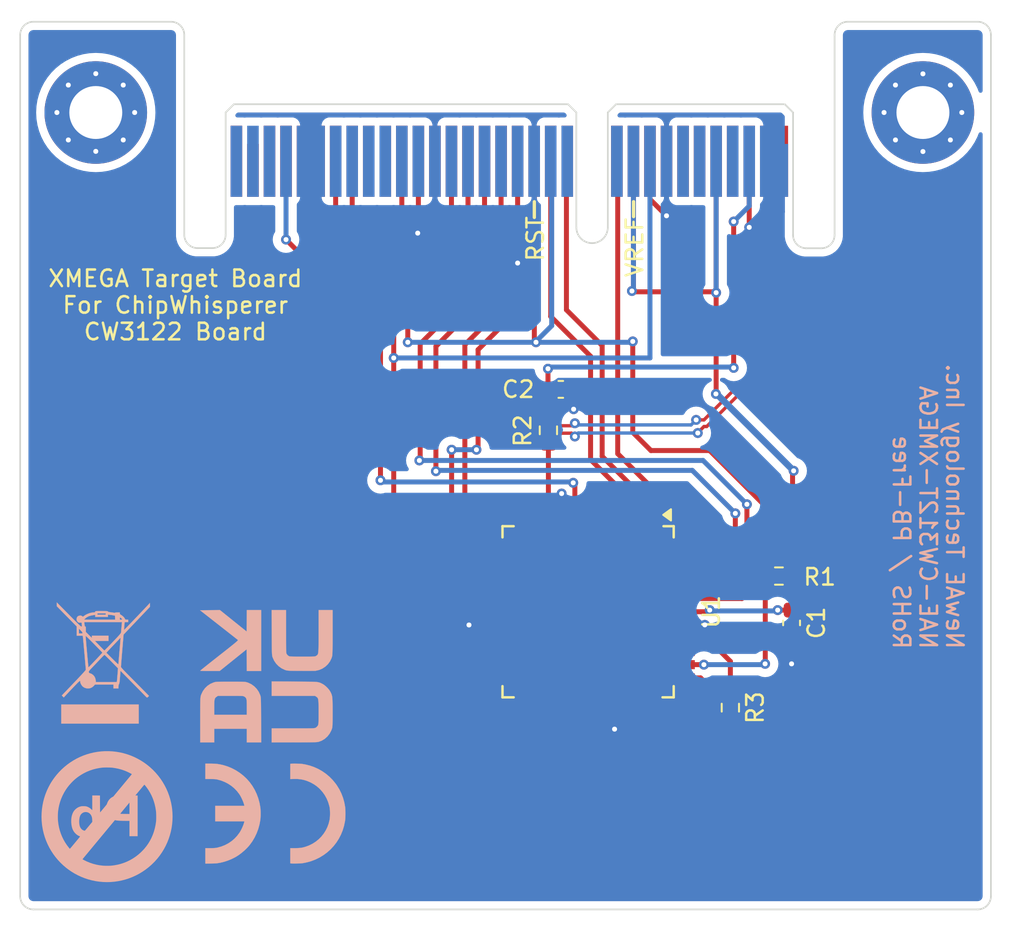
<source format=kicad_pcb>
(kicad_pcb (version 20240108) (generator "pcbnew") (generator_version "8.0")
  (layers (0 "F.Cu" signal) (31 "B.Cu" signal) (34 "B.Paste" user) (35 "F.Paste" user) (36 "B.SilkS" user "B.Silkscreen") (37 "F.SilkS" user "F.Silkscreen") (38 "B.Mask" user) (39 "F.Mask" user) (44 "Edge.Cuts" user))
  (net 0 "")
  (net 1 "VCC")
  (net 2 "GND")
  (net 3 "/FILT_LP")
  (net 4 "/GPIO2")
  (net 5 "/PDID")
  (net 6 "/LED2")
  (net 7 "/CLKOUT")
  (net 8 "/HDR5{slash}RST")
  (net 9 "/GPIO4")
  (net 10 "/LED1")
  (net 11 "/GPIO3")
  (net 12 "/LED3")
  (net 13 "/GPIO1")
  (net 14 "/CLK")
  (net 31 "VCC CLEAN")
  (net 43 "Net-(P2-CLKIN)")
  (footprint "Silkscrren_Symbols:WEEE-Logo_5.6x8mm_SilkScreen" (layer "F.Cu") (at 127.066666 97.903985)
    (property "Reference" "PCB4" (hide yes))
    (property "Value" "WEEE SYMBOL" (hide yes))
  )
  (footprint "Silkscrren_Symbols:UKCA-Logo_8x8mm_SilkScreen" (layer "F.Cu") (at 137.369899 99.050334)
    (property "Reference" "PCB3" (hide yes))
    (property "Value" "UKCA symbol" (hide yes))
  )
  (footprint "Silkscrren_Symbols:CE-Logo_8.5x6mm_SilkScreen" (layer "F.Cu") (at 138.55 107.35)
    (property "Reference" "PCB1" (hide yes))
    (property "Value" "CE Symbol" (hide yes))
  )
  (footprint "Resistor_SMD:R_0603_1608Metric" (layer "F.Cu") (at 168.985 92.99)
    (property "Reference" "R1" (at 2.465 0.06 0) (layer "F.SilkS"))
    (property "Value" "RES_10k_0603")
    (pad "1" smd roundrect (at -0.825 0) (size 0.8 0.95) (layers "F.Cu" "F.Paste" "F.Mask") (net 8 "/HDR5{slash}RST"))
    (pad "2" smd roundrect (at 0.825 0) (size 0.8 0.95) (layers "F.Cu" "F.Paste" "F.Mask") (net 1 "VCC"))
  )
  (footprint "tutorial_2_library:CW312_Template" (layer "F.Cu") (at 127.69 64.955)
    (property "Reference" "P2" (hide yes))
    (property "Value" "PCIEx4 EDGE CONNECTOR")
    (fp_line (start -4.57 -4.69) (end -4.57 47.4) (stroke (width 0.1)) (layer "Edge.Cuts"))
    (fp_line (start 4.55 -5.49) (end -3.77 -5.49) (stroke (width 0.1)) (layer "Edge.Cuts"))
    (fp_line (start 5.35 7.4) (end 5.35 -4.69) (stroke (width 0.1)) (layer "Edge.Cuts"))
    (fp_line (start 7.05 8.2) (end 6.15 8.2) (stroke (width 0.1)) (layer "Edge.Cuts"))
    (fp_line (start 7.85 0) (end 8.35 -0.5) (stroke (width 0.1)) (layer "Edge.Cuts"))
    (fp_line (start 7.85 7.4) (end 7.85 0) (stroke (width 0.1)) (layer "Edge.Cuts"))
    (fp_line (start 28.55 -0.5) (end 8.35 -0.5) (stroke (width 0.1)) (layer "Edge.Cuts"))
    (fp_line (start 29.05 0) (end 28.55 -0.5) (stroke (width 0.1)) (layer "Edge.Cuts"))
    (fp_line (start 29.05 6.95) (end 29.05 0) (stroke (width 0.1)) (layer "Edge.Cuts"))
    (fp_line (start 30.95 0) (end 31.45 -0.5) (stroke (width 0.1)) (layer "Edge.Cuts"))
    (fp_line (start 30.95 6.95) (end 30.95 0) (stroke (width 0.1)) (layer "Edge.Cuts"))
    (fp_line (start 41.65 -0.5) (end 31.45 -0.5) (stroke (width 0.1)) (layer "Edge.Cuts"))
    (fp_line (start 42.15 0) (end 41.65 -0.5) (stroke (width 0.1)) (layer "Edge.Cuts"))
    (fp_line (start 42.15 7.41) (end 42.15 0) (stroke (width 0.1)) (layer "Edge.Cuts"))
    (fp_line (start 42.95 8.21) (end 43.86 8.21) (stroke (width 0.1)) (layer "Edge.Cuts"))
    (fp_line (start 44.66 7.41) (end 44.66 -4.69) (stroke (width 0.1)) (layer "Edge.Cuts"))
    (fp_line (start 45.46 -5.49) (end 53.31 -5.49) (stroke (width 0.1)) (layer "Edge.Cuts"))
    (fp_line (start 53.31 48.2) (end -3.77 48.2) (stroke (width 0.1)) (layer "Edge.Cuts"))
    (fp_line (start 54.11 -4.69) (end 54.11 47.4) (stroke (width 0.1)) (layer "Edge.Cuts"))
    (fp_arc (start -4.57 -4.69) (mid -4.335685 -5.255685) (end -3.77 -5.49) (stroke (width 0.1)) (layer "Edge.Cuts"))
    (fp_arc (start -3.77 48.2) (mid -4.335685 47.965685) (end -4.57 47.4) (stroke (width 0.1)) (layer "Edge.Cuts"))
    (fp_arc (start 4.55 -5.49) (mid 5.115685 -5.255685) (end 5.35 -4.69) (stroke (width 0.1)) (layer "Edge.Cuts"))
    (fp_arc (start 6.15 8.2) (mid 5.584315 7.965685) (end 5.35 7.4) (stroke (width 0.1)) (layer "Edge.Cuts"))
    (fp_arc (start 7.85 7.4) (mid 7.615685 7.965685) (end 7.05 8.2) (stroke (width 0.1)) (layer "Edge.Cuts"))
    (fp_arc (start 30.95 6.95) (mid 30 7.9) (end 29.05 6.95) (stroke (width 0.1)) (layer "Edge.Cuts"))
    (fp_arc (start 42.95 8.21) (mid 42.384315 7.975685) (end 42.15 7.41) (stroke (width 0.1)) (layer "Edge.Cuts"))
    (fp_arc (start 44.66 -4.69) (mid 44.894315 -5.255685) (end 45.46 -5.49) (stroke (width 0.1)) (layer "Edge.Cuts"))
    (fp_arc (start 44.66 7.41) (mid 44.425685 7.975685) (end 43.86 8.21) (stroke (width 0.1)) (layer "Edge.Cuts"))
    (fp_arc (start 53.31 -5.49) (mid 53.875685 -5.255685) (end 54.11 -4.69) (stroke (width 0.1)) (layer "Edge.Cuts"))
    (fp_arc (start 54.11 47.4) (mid 53.875685 47.965685) (end 53.31 48.2) (stroke (width 0.1)) (layer "Edge.Cuts"))
    (pad "A1" connect rect (at 41.5 3.5 180) (size 0.7 3.2) (layers "B.Cu" "B.Mask") (net 2 "GND"))
    (pad "A2" connect rect (at 40.5 2.95 180) (size 0.7 4.3) (layers "B.Cu" "B.Mask") (net 2 "GND"))
    (pad "A3" connect rect (at 39.5 2.95 180) (size 0.7 4.3) (layers "B.Cu" "B.Mask") (net 3 "/FILT_LP"))
    (pad "A4" connect rect (at 38.5 2.95 180) (size 0.7 4.3) (layers "B.Cu" "B.Mask"))
    (pad "A5" connect rect (at 37.5 2.95 180) (size 0.7 4.3) (layers "B.Cu" "B.Mask") (net 1 "VCC"))
    (pad "A6" connect rect (at 36.5 2.95 180) (size 0.7 4.3) (layers "B.Cu" "B.Mask"))
    (pad "A7" connect rect (at 35.5 2.95 180) (size 0.7 4.3) (layers "B.Cu" "B.Mask"))
    (pad "A8" connect rect (at 34.5 2.95 180) (size 0.7 4.3) (layers "B.Cu" "B.Mask") (net 2 "GND"))
    (pad "A9" connect rect (at 33.5 2.95 180) (size 0.7 4.3) (layers "B.Cu" "B.Mask") (net 5 "/PDID"))
    (pad "A10" connect rect (at 32.5 2.95 180) (size 0.7 4.3) (layers "B.Cu" "B.Mask") (net 1 "VCC"))
    (pad "A11" connect rect (at 31.5 2.95 180) (size 0.7 4.3) (layers "B.Cu" "B.Mask"))
    (pad "A12" connect rect (at 28.5 2.95 180) (size 0.7 4.3) (layers "B.Cu" "B.Mask"))
    (pad "A13" connect rect (at 27.5 2.95 180) (size 0.7 4.3) (layers "B.Cu" "B.Mask") (net 8 "/HDR5{slash}RST"))
    (pad "A14" connect rect (at 26.5 2.95 180) (size 0.7 4.3) (layers "B.Cu" "B.Mask") (net 2 "GND"))
    (pad "A15" connect rect (at 25.5 2.95 180) (size 0.7 4.3) (layers "B.Cu" "B.Mask"))
    (pad "A16" connect rect (at 24.5 2.95 180) (size 0.7 4.3) (layers "B.Cu" "B.Mask"))
    (pad "A17" connect rect (at 23.5 2.95 180) (size 0.7 4.3) (layers "B.Cu" "B.Mask"))
    (pad "A18" connect rect (at 22.5 2.95 180) (size 0.7 4.3) (layers "B.Cu" "B.Mask"))
    (pad "A19" connect rect (at 21.5 2.95 180) (size 0.7 4.3) (layers "B.Cu" "B.Mask"))
    (pad "A20" connect rect (at 20.5 2.95 180) (size 0.7 4.3) (layers "B.Cu" "B.Mask") (net 2 "GND"))
    (pad "A21" connect rect (at 19.5 2.95 180) (size 0.7 4.3) (layers "B.Cu" "B.Mask"))
    (pad "A22" connect rect (at 18.5 2.95 180) (size 0.7 4.3) (layers "B.Cu" "B.Mask"))
    (pad "A23" connect rect (at 17.5 2.95 180) (size 0.7 4.3) (layers "B.Cu" "B.Mask"))
    (pad "A24" connect rect (at 16.5 2.95 180) (size 0.7 4.3) (layers "B.Cu" "B.Mask"))
    (pad "A25" connect rect (at 15.5 2.95 180) (size 0.7 4.3) (layers "B.Cu" "B.Mask"))
    (pad "A26" connect rect (at 14.5 2.95 180) (size 0.7 4.3) (layers "B.Cu" "B.Mask"))
    (pad "A27" connect rect (at 13.5 2.95 180) (size 0.7 4.3) (layers "B.Cu" "B.Mask") (net 2 "GND"))
    (pad "A28" connect rect (at 12.5 2.95 180) (size 0.7 4.3) (layers "B.Cu" "B.Mask") (net 2 "GND"))
    (pad "A29" connect rect (at 11.5 2.95 180) (size 0.7 4.3) (layers "B.Cu" "B.Mask") (net 43 "Net-(P2-CLKIN)"))
    (pad "A30" connect rect (at 10.5 2.95 180) (size 0.7 4.3) (layers "B.Cu" "B.Mask"))
    (pad "A31" connect rect (at 9.5 2.95 180) (size 0.7 4.3) (layers "B.Cu" "B.Mask"))
    (pad "A32" connect rect (at 8.5 2.95 180) (size 0.7 4.3) (layers "B.Cu" "B.Mask"))
    (pad "B1" connect rect (at 41.5 2.95 180) (size 0.7 4.3) (layers "F.Cu" "F.Mask") (net 31 "VCC CLEAN"))
    (pad "B2" connect rect (at 40.5 2.95 180) (size 0.7 4.3) (layers "F.Cu" "F.Mask") (net 3 "/FILT_LP"))
    (pad "B3" connect rect (at 39.5 2.95 180) (size 0.7 4.3) (layers "F.Cu" "F.Mask") (net 2 "GND"))
    (pad "B4" connect rect (at 38.5 2.95 180) (size 0.7 4.3) (layers "F.Cu" "F.Mask"))
    (pad "B5" connect rect (at 37.5 2.95 180) (size 0.7 4.3) (layers "F.Cu" "F.Mask") (net 1 "VCC"))
    (pad "B6" connect rect (at 36.5 2.95 180) (size 0.7 4.3) (layers "F.Cu" "F.Mask"))
    (pad "B7" connect rect (at 35.5 2.95 180) (size 0.7 4.3) (layers "F.Cu" "F.Mask"))
    (pad "B8" connect rect (at 34.5 2.95 180) (size 0.7 4.3) (layers "F.Cu" "F.Mask"))
    (pad "B9" connect rect (at 33.5 2.95 180) (size 0.7 4.3) (layers "F.Cu" "F.Mask") (net 2 "GND"))
    (pad "B10" connect rect (at 32.5 2.95 180) (size 0.7 4.3) (layers "F.Cu" "F.Mask") (net 1 "VCC"))
    (pad "B11" connect rect (at 31.5 2.95 180) (size 0.7 4.3) (layers "F.Cu" "F.Mask") (net 10 "/LED1"))
    (pad "B12" connect rect (at 28.5 2.95 180) (size 0.7 4.3) (layers "F.Cu" "F.Mask") (net 6 "/LED2"))
    (pad "B13" connect rect (at 27.5 2.95 180) (size 0.7 4.3) (layers "F.Cu" "F.Mask") (net 12 "/LED3"))
    (pad "B14" connect rect (at 26.5 2.95 180) (size 0.7 4.3) (layers "F.Cu" "F.Mask") (net 8 "/HDR5{slash}RST"))
    (pad "B15" connect rect (at 25.5 2.95 180) (size 0.7 4.3) (layers "F.Cu" "F.Mask") (net 2 "GND"))
    (pad "B16" connect rect (at 24.5 2.95 180) (size 0.7 4.3) (layers "F.Cu" "F.Mask") (net 13 "/GPIO1"))
    (pad "B17" connect rect (at 23.5 2.95 180) (size 0.7 4.3) (layers "F.Cu" "F.Mask") (net 4 "/GPIO2"))
    (pad "B18" connect rect (at 22.5 2.95 180) (size 0.7 4.3) (layers "F.Cu" "F.Mask") (net 11 "/GPIO3"))
    (pad "B19" connect rect (at 21.5 2.95 180) (size 0.7 4.3) (layers "F.Cu" "F.Mask") (net 9 "/GPIO4"))
    (pad "B20" connect rect (at 20.5 2.95 180) (size 0.7 4.3) (layers "F.Cu" "F.Mask"))
    (pad "B21" connect rect (at 19.5 2.95 180) (size 0.7 4.3) (layers "F.Cu" "F.Mask") (net 2 "GND"))
    (pad "B22" connect rect (at 18.5 2.95 180) (size 0.7 4.3) (layers "F.Cu" "F.Mask") (net 2 "GND"))
    (pad "B23" connect rect (at 17.5 2.95 180) (size 0.7 4.3) (layers "F.Cu" "F.Mask"))
    (pad "B24" connect rect (at 16.5 2.95 180) (size 0.7 4.3) (layers "F.Cu" "F.Mask"))
    (pad "B25" connect rect (at 15.5 2.95 180) (size 0.7 4.3) (layers "F.Cu" "F.Mask") (net 8 "/HDR5{slash}RST"))
    (pad "B26" connect rect (at 14.5 2.95 180) (size 0.7 4.3) (layers "F.Cu" "F.Mask") (net 5 "/PDID"))
    (pad "B27" connect rect (at 13.5 2.95 180) (size 0.7 4.3) (layers "F.Cu" "F.Mask") (net 7 "/CLKOUT"))
    (pad "B28" connect rect (at 12.5 2.95 180) (size 0.7 4.3) (layers "F.Cu" "F.Mask"))
    (pad "B29" connect rect (at 11.5 2.95 180) (size 0.7 4.3) (layers "F.Cu" "F.Mask"))
    (pad "B30" connect rect (at 10.5 2.95 180) (size 0.7 4.3) (layers "F.Cu" "F.Mask"))
    (pad "B31" connect rect (at 9.5 3.5 180) (size 0.7 3.2) (layers "F.Cu" "F.Mask"))
    (pad "B32" connect rect (at 8.5 2.95 180) (size 0.7 4.3) (layers "F.Cu" "F.Mask"))
    (pad "MH" thru_hole circle (at -2.35 0) (size 1 1) (drill 0.3) (layers "*.Cu" "*.Mask"))
    (pad "MH" thru_hole circle (at -1.66 -1.66) (size 1 1) (drill 0.3) (layers "*.Cu" "*.Mask"))
    (pad "MH" thru_hole circle (at -1.66 1.66) (size 1 1) (drill 0.3) (layers "*.Cu" "*.Mask"))
    (pad "MH" thru_hole circle (at 0 -2.35) (size 1 1) (drill 0.3) (layers "*.Cu" "*.Mask"))
    (pad "MH" thru_hole circle (at 0 0) (size 6.2 6.2) (drill 3.2) (layers "*.Cu" "*.Mask"))
    (pad "MH" thru_hole circle (at 0 2.35) (size 1 1) (drill 0.3) (layers "*.Cu" "*.Mask"))
    (pad "MH" thru_hole circle (at 1.66 -1.66) (size 1 1) (drill 0.3) (layers "*.Cu" "*.Mask"))
    (pad "MH" thru_hole circle (at 1.66 1.66) (size 1 1) (drill 0.3) (layers "*.Cu" "*.Mask"))
    (pad "MH" thru_hole circle (at 2.35 0) (size 1 1) (drill 0.3) (layers "*.Cu" "*.Mask"))
    (pad "MH" thru_hole circle (at 47.65 0) (size 1 1) (drill 0.3) (layers "*.Cu" "*.Mask"))
    (pad "MH" thru_hole circle (at 48.34 -1.66) (size 1 1) (drill 0.3) (layers "*.Cu" "*.Mask"))
    (pad "MH" thru_hole circle (at 48.34 1.66) (size 1 1) (drill 0.3) (layers "*.Cu" "*.Mask"))
    (pad "MH" thru_hole circle (at 50 -2.34) (size 1 1) (drill 0.3) (layers "*.Cu" "*.Mask"))
    (pad "MH" thru_hole circle (at 50 0) (size 6.2 6.2) (drill 3.2) (layers "*.Cu" "*.Mask"))
    (pad "MH" thru_hole circle (at 50 2.36) (size 1 1) (drill 0.3) (layers "*.Cu" "*.Mask"))
    (pad "MH" thru_hole circle (at 51.66 -1.66) (size 1 1) (drill 0.3) (layers "*.Cu" "*.Mask"))
    (pad "MH" thru_hole circle (at 51.66 1.66) (size 1 1) (drill 0.3) (layers "*.Cu" "*.Mask"))
    (pad "MH" thru_hole circle (at 52.35 0) (size 1 1) (drill 0.3) (layers "*.Cu" "*.Mask"))
  )
  (footprint "Capacitor_SMD:C_0603_1608Metric" (layer "F.Cu") (at 155.8 81.7)
    (property "Reference" "C2" (at -2.575 0 0) (layer "F.SilkS"))
    (property "Value" "CAP_100n_6.3V_0603")
    (pad "1" smd roundrect (at -0.775 0) (size 0.9 0.95) (layers "F.Cu" "F.Paste" "F.Mask") (net 3 "/FILT_LP"))
    (pad "2" smd roundrect (at 0.775 0) (size 0.9 0.95) (layers "F.Cu" "F.Paste" "F.Mask") (net 2 "GND"))
  )
  (footprint "Resistor_SMD:R_0603_1608Metric" (layer "F.Cu") (at 155.05 84.175 -90)
    (property "Reference" "R2" (at 0.025 1.55 90) (layer "F.SilkS"))
    (property "Value" "RES_51R_0603")
    (pad "1" smd roundrect (at -0.825 0 270) (size 0.8 0.95) (layers "F.Cu" "F.Paste" "F.Mask") (net 3 "/FILT_LP"))
    (pad "2" smd roundrect (at 0.825 0 270) (size 0.8 0.95) (layers "F.Cu" "F.Paste" "F.Mask") (net 31 "VCC CLEAN"))
  )
  (footprint "Resistor_SMD:R_0603_1608Metric" (layer "F.Cu") (at 166.05 100.95 -90)
    (property "Reference" "R3" (at 0 -1.5 90) (layer "F.SilkS"))
    (property "Value" "RES_100R_0603")
    (pad "1" smd roundrect (at -0.825 0 270) (size 0.8 0.95) (layers "F.Cu" "F.Paste" "F.Mask") (net 14 "/CLK"))
    (pad "2" smd roundrect (at 0.825 0 270) (size 0.8 0.95) (layers "F.Cu" "F.Paste" "F.Mask") (net 43 "Net-(P2-CLKIN)"))
  )
  (footprint "Silkscrren_Symbols:Pb_Free_8.0x8.0mm_SilkScreen" (layer "F.Cu") (at 127.637691 107.540654)
    (property "Reference" "PCB2" (hide yes))
    (property "Value" "Pb_Free Symbol" (hide yes))
  )
  (footprint "Package_QFP:TQFP-44_10x10mm_P0.8mm" (layer "F.Cu") (at 157.45 95.15 -90)
    (property "Reference" "U1" (at 0 -7.450001 90) (layer "F.SilkS"))
    (property "Value" "ATXMEGA128D4-AU")
    (pad "1" smd rect (at -5.7 -4 270) (size 1.5 0.55) (layers "F.Cu" "F.Paste" "F.Mask") (net 10 "/LED1"))
    (pad "2" smd rect (at -5.7 -3.2 270) (size 1.5 0.55) (layers "F.Cu" "F.Paste" "F.Mask") (net 6 "/LED2"))
    (pad "3" smd rect (at -5.7 -2.4 270) (size 1.5 0.55) (layers "F.Cu" "F.Paste" "F.Mask") (net 12 "/LED3"))
    (pad "4" smd rect (at -5.7 -1.6 270) (size 1.5 0.55) (layers "F.Cu" "F.Paste" "F.Mask"))
    (pad "5" smd rect (at -5.7 -0.8 270) (size 1.5 0.55) (layers "F.Cu" "F.Paste" "F.Mask"))
    (pad "6" smd rect (at -5.7 0 270) (size 1.5 0.55) (layers "F.Cu" "F.Paste" "F.Mask"))
    (pad "7" smd rect (at -5.7 0.8 270) (size 1.5 0.55) (layers "F.Cu" "F.Paste" "F.Mask") (net 7 "/CLKOUT"))
    (pad "8" smd rect (at -5.7 1.6 270) (size 1.5 0.55) (layers "F.Cu" "F.Paste" "F.Mask") (net 2 "GND"))
    (pad "9" smd rect (at -5.7 2.4 270) (size 1.5 0.55) (layers "F.Cu" "F.Paste" "F.Mask") (net 31 "VCC CLEAN"))
    (pad "10" smd rect (at -5.7 3.2 270) (size 1.5 0.55) (layers "F.Cu" "F.Paste" "F.Mask"))
    (pad "11" smd rect (at -5.7 4 270) (size 1.5 0.55) (layers "F.Cu" "F.Paste" "F.Mask"))
    (pad "12" smd rect (at -4 5.7) (size 1.5 0.55) (layers "F.Cu" "F.Paste" "F.Mask") (net 4 "/GPIO2"))
    (pad "13" smd rect (at -3.2 5.7) (size 1.5 0.55) (layers "F.Cu" "F.Paste" "F.Mask") (net 13 "/GPIO1"))
    (pad "14" smd rect (at -2.4 5.7) (size 1.5 0.55) (layers "F.Cu" "F.Paste" "F.Mask"))
    (pad "15" smd rect (at -1.6 5.7) (size 1.5 0.55) (layers "F.Cu" "F.Paste" "F.Mask"))
    (pad "16" smd rect (at -0.8 5.7) (size 1.5 0.55) (layers "F.Cu" "F.Paste" "F.Mask"))
    (pad "17" smd rect (at 0 5.7) (size 1.5 0.55) (layers "F.Cu" "F.Paste" "F.Mask"))
    (pad "18" smd rect (at 0.8 5.7) (size 1.5 0.55) (layers "F.Cu" "F.Paste" "F.Mask") (net 2 "GND"))
    (pad "19" smd rect (at 1.6 5.7) (size 1.5 0.55) (layers "F.Cu" "F.Paste" "F.Mask") (net 31 "VCC CLEAN"))
    (pad "20" smd rect (at 2.4 5.7) (size 1.5 0.55) (layers "F.Cu" "F.Paste" "F.Mask"))
    (pad "21" smd rect (at 3.2 5.7) (size 1.5 0.55) (layers "F.Cu" "F.Paste" "F.Mask"))
    (pad "22" smd rect (at 4 5.7) (size 1.5 0.55) (layers "F.Cu" "F.Paste" "F.Mask"))
    (pad "23" smd rect (at 5.7 4 270) (size 1.5 0.55) (layers "F.Cu" "F.Paste" "F.Mask"))
    (pad "24" smd rect (at 5.7 3.2 270) (size 1.5 0.55) (layers "F.Cu" "F.Paste" "F.Mask"))
    (pad "25" smd rect (at 5.7 2.4 270) (size 1.5 0.55) (layers "F.Cu" "F.Paste" "F.Mask"))
    (pad "26" smd rect (at 5.7 1.6 270) (size 1.5 0.55) (layers "F.Cu" "F.Paste" "F.Mask"))
    (pad "27" smd rect (at 5.7 0.8 270) (size 1.5 0.55) (layers "F.Cu" "F.Paste" "F.Mask"))
    (pad "28" smd rect (at 5.7 0 270) (size 1.5 0.55) (layers "F.Cu" "F.Paste" "F.Mask"))
    (pad "29" smd rect (at 5.7 -0.8 270) (size 1.5 0.55) (layers "F.Cu" "F.Paste" "F.Mask"))
    (pad "30" smd rect (at 5.7 -1.6 270) (size 1.5 0.55) (layers "F.Cu" "F.Paste" "F.Mask") (net 2 "GND"))
    (pad "31" smd rect (at 5.7 -2.4 270) (size 1.5 0.55) (layers "F.Cu" "F.Paste" "F.Mask") (net 31 "VCC CLEAN"))
    (pad "32" smd rect (at 5.7 -3.2 270) (size 1.5 0.55) (layers "F.Cu" "F.Paste" "F.Mask"))
    (pad "33" smd rect (at 5.7 -4 270) (size 1.5 0.55) (layers "F.Cu" "F.Paste" "F.Mask"))
    (pad "34" smd rect (at 4 -5.7) (size 1.5 0.55) (layers "F.Cu" "F.Paste" "F.Mask") (net 5 "/PDID"))
    (pad "35" smd rect (at 3.2 -5.7) (size 1.5 0.55) (layers "F.Cu" "F.Paste" "F.Mask") (net 8 "/HDR5{slash}RST"))
    (pad "36" smd rect (at 2.4 -5.7) (size 1.5 0.55) (layers "F.Cu" "F.Paste" "F.Mask"))
    (pad "37" smd rect (at 1.6 -5.7) (size 1.5 0.55) (layers "F.Cu" "F.Paste" "F.Mask") (net 14 "/CLK"))
    (pad "38" smd rect (at 0.8 -5.7) (size 1.5 0.55) (layers "F.Cu" "F.Paste" "F.Mask") (net 2 "GND"))
    (pad "39" smd rect (at 0 -5.7) (size 1.5 0.55) (layers "F.Cu" "F.Paste" "F.Mask") (net 1 "VCC"))
    (pad "40" smd rect (at -0.8 -5.7) (size 1.5 0.55) (layers "F.Cu" "F.Paste" "F.Mask") (net 9 "/GPIO4"))
    (pad "41" smd rect (at -1.6 -5.7) (size 1.5 0.55) (layers "F.Cu" "F.Paste" "F.Mask") (net 11 "/GPIO3"))
    (pad "42" smd rect (at -2.4 -5.7) (size 1.5 0.55) (layers "F.Cu" "F.Paste" "F.Mask"))
    (pad "43" smd rect (at -3.2 -5.7) (size 1.5 0.55) (layers "F.Cu" "F.Paste" "F.Mask"))
    (pad "44" smd rect (at -4 -5.7) (size 1.5 0.55) (layers "F.Cu" "F.Paste" "F.Mask"))
  )
  (footprint "Capacitor_SMD:C_0603_1608Metric" (layer "F.Cu") (at 169.75 95.825 90)
    (property "Reference" "C1" (at 0 1.5 90) (layer "F.SilkS"))
    (property "Value" "CAP_100n_6.3V_0603")
    (pad "1" smd roundrect (at -0.775 0 90) (size 0.9 0.95) (layers "F.Cu" "F.Paste" "F.Mask") (net 2 "GND"))
    (pad "2" smd roundrect (at 0.775 0 90) (size 0.9 0.95) (layers "F.Cu" "F.Paste" "F.Mask") (net 1 "VCC"))
  )
  (gr_line (start 160.2 70.35) (end 160.2 71.25) (stroke (width 0.2)) (layer "F.SilkS"))
  (gr_line (start 154.2 70.35) (end 154.2 71.3) (stroke (width 0.2)) (layer "F.SilkS"))
  (gr_text "NewAE Technology Inc.\nNAE-CW312T-XMEGA\nRoHS / PB-Free" (at 175.8 97.5 270) (layer "B.SilkS") (effects (font (size 1 1) (thickness 0.153)) (justify left bottom mirror)))
  (gr_text "XMEGA Target Board\nFor ChipWhisperer\nCW3122 Board" (at 132.5 78.8 0) (layer "F.SilkS") (effects (font (size 1 1) (thickness 0.153)) (justify bottom)))
  (gr_text "VREF" (at 160.85 75 90) (layer "F.SilkS") (effects (font (size 1 1)) (justify left bottom)))
  (gr_text "RST" (at 154.85 74.05 90) (layer "F.SilkS") (effects (font (size 1 1)) (justify left bottom)))
  (segment (start 160.15 75.8) (end 160.1 75.75) (width 0.3) (layer "F.Cu") (net 1))
  (segment (start 160.19 75.66) (end 160.19 67.905) (width 0.3) (layer "F.Cu") (net 1))
  (segment (start 164.7 95.15) (end 164.8 95.05) (width 0.3) (layer "F.Cu") (net 1))
  (segment (start 165.19 67.905) (end 165.19 75.85) (width 0.3) (layer "F.Cu") (net 1))
  (segment (start 165.19 75.85) (end 165.14 75.8) (width 0.3) (layer "F.Cu") (net 1))
  (segment (start 169.85 92.95) (end 169.81 92.99) (width 0.3) (layer "F.Cu") (net 1))
  (segment (start 169.81 94.99) (end 169.75 95.05) (width 0.2) (layer "F.Cu") (net 1))
  (segment (start 160.1 75.75) (end 160.19 75.66) (width 0.3) (layer "F.Cu") (net 1))
  (segment (start 169.81 92.74) (end 169.8 92.75) (width 0.2) (layer "F.Cu") (net 1))
  (segment (start 165.19 81.96147) (end 165.19 75.85) (width 0.3) (layer "F.Cu") (net 1))
  (segment (start 163.15 95.15) (end 164.7 95.15) (width 0.3) (layer "F.Cu") (net 1))
  (segment (start 169.81 86.69) (end 169.81 92.99) (width 0.3) (layer "F.Cu") (net 1))
  (segment (start 165.175735 81.975735) (end 165.19 81.96147) (width 0.3) (layer "F.Cu") (net 1))
  (segment (start 165.14 75.8) (end 160.15 75.8) (width 0.3) (layer "F.Cu") (net 1))
  (segment (start 169.81 92.99) (end 169.81 94.99) (width 0.3) (layer "F.Cu") (net 1))
  (segment (start 168.91 95.05) (end 169.75 95.05) (width 0.3) (layer "F.Cu") (net 1))
  (segment (start 169.875 86.625) (end 169.81 86.69) (width 0.3) (layer "F.Cu") (net 1))
  (via (at 164.8 95.05) (size 0.6) (drill 0.3) (layers "F.Cu" "B.Cu") (net 1))
  (via (at 168.91 95.05) (size 0.6) (drill 0.3) (layers "F.Cu" "B.Cu") (net 1))
  (via (at 165.19 75.85) (size 0.6) (drill 0.3) (layers "F.Cu" "B.Cu") (net 1))
  (via (at 160.1 75.75) (size 0.6) (drill 0.3) (layers "F.Cu" "B.Cu") (net 1))
  (via (at 169.875 86.625) (size 0.6) (drill 0.3) (layers "F.Cu" "B.Cu") (net 1))
  (via (at 165.175735 81.975735) (size 0.6) (drill 0.3) (layers "F.Cu" "B.Cu") (net 1))
  (segment (start 160.19 67.905) (end 160.19 75.66) (width 0.3) (layer "B.Cu") (net 1))
  (segment (start 164.85 95.1) (end 168.86 95.1) (width 0.3) (layer "B.Cu") (net 1))
  (segment (start 164.8 95.05) (end 164.85 95.1) (width 0.3) (layer "B.Cu") (net 1))
  (segment (start 165.225735 81.975735) (end 165.175735 81.975735) (width 0.4) (layer "B.Cu") (net 1))
  (segment (start 160.19 75.66) (end 160.1 75.75) (width 0.3) (layer "B.Cu") (net 1))
  (segment (start 168.86 95.1) (end 168.91 95.05) (width 0.3) (layer "B.Cu") (net 1))
  (segment (start 165.19 67.905) (end 165.19 75.85) (width 0.3) (layer "B.Cu") (net 1))
  (segment (start 169.875 86.625) (end 165.225735 81.975735) (width 0.4) (layer "B.Cu") (net 1))
  (segment (start 147.15 72.25) (end 146.19 71.29) (width 0.3) (layer "F.Cu") (net 2))
  (segment (start 147.19 72.21) (end 147.19 67.905) (width 0.3) (layer "F.Cu") (net 2))
  (segment (start 153.19 74.06) (end 153.19 67.905) (width 0.3) (layer "F.Cu") (net 2))
  (segment (start 161.19 70.2) (end 161.19 67.905) (width 0.3) (layer "F.Cu") (net 2))
  (segment (start 167.19 71.9) (end 167.19 67.905) (width 0.3) (layer "F.Cu") (net 2))
  (segment (start 164.498716 95.95) (end 164.505731 95.942985) (width 0.2) (layer "F.Cu") (net 2))
  (segment (start 159.05 100.85) (end 159.05 102.25) (width 0.3) (layer "F.Cu") (net 2))
  (segment (start 156.575 81.7) (end 156.575 82.9) (width 0.3) (layer "F.Cu") (net 2))
  (segment (start 146.19 71.29) (end 146.19 67.905) (width 0.3) (layer "F.Cu") (net 2))
  (segment (start 155.85 89.45) (end 155.85 88) (width 0.3) (layer "F.Cu") (net 2))
  (segment (start 162.19 71.2) (end 161.19 70.2) (width 0.3) (layer "F.Cu") (net 2))
  (segment (start 169.75 96.6) (end 169.75 98.3) (width 0.3) (layer "F.Cu") (net 2))
  (segment (start 147.15 72.25) (end 147.19 72.21) (width 0.3) (layer "F.Cu") (net 2))
  (segment (start 151.75 95.95) (end 150.25 95.95) (width 0.3) (layer "F.Cu") (net 2))
  (segment (start 163.15 95.95) (end 164.498716 95.95) (width 0.3) (layer "F.Cu") (net 2))
  (via (at 155.85 88) (size 0.6) (drill 0.3) (layers "F.Cu" "B.Cu") (net 2))
  (via (at 153.19 74.06) (size 0.6) (drill 0.3) (layers "F.Cu" "B.Cu") (net 2))
  (via (at 164.505731 95.942985) (size 0.6) (drill 0.3) (layers "F.Cu" "B.Cu") (net 2))
  (via (at 167.19 71.9) (size 0.6) (drill 0.3) (layers "F.Cu" "B.Cu") (net 2))
  (via (at 147.15 72.25) (size 0.6) (drill 0.3) (layers "F.Cu" "B.Cu") (net 2))
  (via (at 159.05 102.25) (size 0.6) (drill 0.3) (layers "F.Cu" "B.Cu") (net 2))
  (via (at 169.75 98.3) (size 0.6) (drill 0.3) (layers "F.Cu" "B.Cu") (net 2))
  (via (at 156.575 82.9) (size 0.6) (drill 0.3) (layers "F.Cu" "B.Cu") (net 2))
  (via (at 150.25 95.95) (size 0.6) (drill 0.3) (layers "F.Cu" "B.Cu") (net 2))
  (via (at 162.19 71.2) (size 0.6) (drill 0.3) (layers "F.Cu" "B.Cu") (net 2))
  (segment (start 153.19 74.06) (end 154.19 73.06) (width 0.3) (layer "B.Cu") (net 2))
  (segment (start 167.19 71.9) (end 168.25 71.9) (width 0.3) (layer "B.Cu") (net 2))
  (segment (start 168.25 71.9) (end 169.19 70.96) (width 0.3) (layer "B.Cu") (net 2))
  (segment (start 168.19 71.86) (end 168.19 67.905) (width 0.3) (layer "B.Cu") (net 2))
  (segment (start 162.19 67.905) (end 162.19 71.2) (width 0.3) (layer "B.Cu") (net 2))
  (segment (start 154.19 73.06) (end 154.19 67.905) (width 0.3) (layer "B.Cu") (net 2))
  (segment (start 148.19 71.21) (end 148.19 67.905) (width 0.3) (layer "B.Cu") (net 2))
  (segment (start 147.15 72.25) (end 148.19 71.21) (width 0.3) (layer "B.Cu") (net 2))
  (segment (start 169.19 70.96) (end 169.19 68.455) (width 0.3) (layer "B.Cu") (net 2))
  (segment (start 168.45 70.8) (end 168.19 70.54) (width 0.2) (layer "F.Cu") (net 3))
  (segment (start 155.05 83.8) (end 155.05 83.35) (width 0.2) (layer "F.Cu") (net 3))
  (segment (start 164.454719 83.545281) (end 168.45 79.55) (width 0.2) (layer "F.Cu") (net 3))
  (segment (start 168.19 70.54) (end 168.19 67.905) (width 0.2) (layer "F.Cu") (net 3))
  (segment (start 155.05 81.725) (end 155.05 83.35) (width 0.3) (layer "F.Cu") (net 3))
  (segment (start 163.980761 83.545281) (end 164.454719 83.545281) (width 0.2) (layer "F.Cu") (net 3))
  (segment (start 155.025 81.7) (end 155.05 81.725) (width 0.3) (layer "F.Cu") (net 3))
  (segment (start 155.15 83.9) (end 155.05 83.8) (width 0.2) (layer "F.Cu") (net 3))
  (segment (start 166.25 71.55) (end 166.25 80.4) (width 0.3) (layer "F.Cu") (net 3))
  (segment (start 155.025 80.45) (end 155.025 81.7) (width 0.3) (layer "F.Cu") (net 3))
  (segment (start 156.65 83.749997) (end 156.499997 83.9) (width 0.2) (layer "F.Cu") (net 3))
  (segment (start 168.45 79.55) (end 168.45 70.8) (width 0.2) (layer "F.Cu") (net 3))
  (segment (start 156.499997 83.9) (end 155.15 83.9) (width 0.2) (layer "F.Cu") (net 3))
  (via (at 163.980761 83.545281) (size 0.6) (drill 0.3) (layers "F.Cu" "B.Cu") (net 3))
  (via (at 166.25 71.55) (size 0.6) (drill 0.3) (layers "F.Cu" "B.Cu") (net 3))
  (via (at 155.025 80.45) (size 0.6) (drill 0.3) (layers "F.Cu" "B.Cu") (net 3))
  (via (at 166.25 80.4) (size 0.6) (drill 0.3) (layers "F.Cu" "B.Cu") (net 3))
  (via (at 156.65 83.749997) (size 0.6) (drill 0.3) (layers "F.Cu" "B.Cu") (net 3))
  (segment (start 155.125 80.35) (end 155.025 80.45) (width 0.3) (layer "B.Cu") (net 3))
  (segment (start 166.2 80.35) (end 155.125 80.35) (width 0.3) (layer "B.Cu") (net 3))
  (segment (start 163.676042 83.85) (end 156.750003 83.85) (width 0.2) (layer "B.Cu") (net 3))
  (segment (start 156.800003 83.9) (end 156.65 83.749997) (width 0.2) (layer "B.Cu") (net 3))
  (segment (start 155.085 80.39) (end 155.025 80.45) (width 0.3) (layer "B.Cu") (net 3))
  (segment (start 163.980761 83.545281) (end 163.676042 83.85) (width 0.2) (layer "B.Cu") (net 3))
  (segment (start 166.25 71.55) (end 167.19 70.61) (width 0.3) (layer "B.Cu") (net 3))
  (segment (start 156.750003 83.85) (end 156.65 83.749997) (width 0.2) (layer "B.Cu") (net 3))
  (segment (start 167.19 70.61) (end 167.19 67.905) (width 0.3) (layer "B.Cu") (net 3))
  (segment (start 166.25 80.4) (end 166.2 80.35) (width 0.3) (layer "B.Cu") (net 3))
  (segment (start 151.19 77.81) (end 151.19 67.905) (width 0.3) (layer "F.Cu") (net 4))
  (segment (start 151.75 91.15) (end 150.85 91.15) (width 0.3) (layer "F.Cu") (net 4))
  (segment (start 150 79) (end 151.19 77.81) (width 0.3) (layer "F.Cu") (net 4))
  (segment (start 150.85 91.15) (end 150 90.3) (width 0.3) (layer "F.Cu") (net 4))
  (segment (start 150 90.3) (end 150 79) (width 0.3) (layer "F.Cu") (net 4))
  (segment (start 164.75 102.45) (end 164.75 99.65) (width 0.3) (layer "F.Cu") (net 5))
  (segment (start 150.45 102.9) (end 164.3 102.9) (width 0.3) (layer "F.Cu") (net 5))
  (segment (start 164.75 99.65) (end 164.25 99.15) (width 0.3) (layer "F.Cu") (net 5))
  (segment (start 145.7 79.8) (end 145.7 98.15) (width 0.3) (layer "F.Cu") (net 5))
  (segment (start 142.19 72.99) (end 142.19 67.905) (width 0.3) (layer "F.Cu") (net 5))
  (segment (start 145.7 98.15) (end 150.45 102.9) (width 0.3) (layer "F.Cu") (net 5))
  (segment (start 164.3 102.9) (end 164.75 102.45) (width 0.3) (layer "F.Cu") (net 5))
  (segment (start 164.25 99.15) (end 163.15 99.15) (width 0.3) (layer "F.Cu") (net 5))
  (segment (start 145.7 79.8) (end 145.7 76.5) (width 0.3) (layer "F.Cu") (net 5))
  (segment (start 145.7 76.5) (end 142.19 72.99) (width 0.3) (layer "F.Cu") (net 5))
  (via (at 145.7 79.8) (size 0.6) (drill 0.3) (layers "F.Cu" "B.Cu") (net 5))
  (segment (start 145.7 79.8) (end 161.19 79.8) (width 0.3) (layer "B.Cu") (net 5))
  (segment (start 161.19 79.8) (end 161.19 67.905) (width 0.3) (layer "B.Cu") (net 5))
  (segment (start 156.14 76.89) (end 156.14 67.905) (width 0.3) (layer "F.Cu") (net 6))
  (segment (start 158.3 79.05) (end 156.14 76.89) (width 0.3) (layer "F.Cu") (net 6))
  (segment (start 160.65 89.45) (end 160.65 88.2) (width 0.3) (layer "F.Cu") (net 6))
  (segment (start 158.3 85.75) (end 158.3 79.05) (width 0.3) (layer "F.Cu") (net 6))
  (segment (start 160.65 88.2) (end 160.65 88.1) (width 0.2) (layer "F.Cu") (net 6))
  (segment (start 160.65 88.1) (end 158.3 85.75) (width 0.3) (layer "F.Cu") (net 6))
  (segment (start 144.9 87.2) (end 144.9 76.8) (width 0.3) (layer "F.Cu") (net 7))
  (segment (start 156.65 87.45) (end 156.65 89.45) (width 0.3) (layer "F.Cu") (net 7))
  (segment (start 141.19 73.09) (end 141.19 67.905) (width 0.3) (layer "F.Cu") (net 7))
  (segment (start 156.55 87.35) (end 156.65 87.45) (width 0.3) (layer "F.Cu") (net 7))
  (segment (start 144.9 76.8) (end 141.19 73.09) (width 0.3) (layer "F.Cu") (net 7))
  (via (at 144.9 87.2) (size 0.6) (drill 0.3) (layers "F.Cu" "B.Cu") (net 7))
  (via (at 156.55 87.35) (size 0.6) (drill 0.3) (layers "F.Cu" "B.Cu") (net 7))
  (segment (start 156.5 87.3) (end 156.55 87.35) (width 0.3) (layer "B.Cu") (net 7))
  (segment (start 144.9 87.2) (end 145 87.3) (width 0.3) (layer "B.Cu") (net 7))
  (segment (start 145 87.3) (end 156.5 87.3) (width 0.3) (layer "B.Cu") (net 7))
  (segment (start 161.25 85.4) (end 164.8 85.4) (width 0.3) (layer "F.Cu") (net 8))
  (segment (start 160.15 78.8) (end 160.15 84.3) (width 0.3) (layer "F.Cu") (net 8))
  (segment (start 154.3 78.85) (end 154.2 78.75) (width 0.3) (layer "F.Cu") (net 8))
  (segment (start 168.05 93.1) (end 168.075 93.075) (width 0.3) (layer "F.Cu") (net 8))
  (segment (start 154.2 78.75) (end 154.2 67.915) (width 0.3) (layer "F.Cu") (net 8))
  (segment (start 154.2 67.915) (end 154.19 67.905) (width 0.3) (layer "F.Cu") (net 8))
  (segment (start 163.15 98.35) (end 164.45 98.35) (width 0.3) (layer "F.Cu") (net 8))
  (segment (start 143.19 73.04) (end 143.19 67.905) (width 0.3) (layer "F.Cu") (net 8))
  (segment (start 168.15 98.3) (end 168.16 98.29) (width 0.3) (layer "F.Cu") (net 8))
  (segment (start 168.11 93.04) (end 168.16 92.99) (width 0.2) (layer "F.Cu") (net 8))
  (segment (start 164.8 85.4) (end 168.16 88.76) (width 0.3) (layer "F.Cu") (net 8))
  (segment (start 168.16 92.99) (end 168.1 92.93) (width 0.3) (layer "F.Cu") (net 8))
  (segment (start 160.15 84.3) (end 161.25 85.4) (width 0.3) (layer "F.Cu") (net 8))
  (segment (start 146.55 76.4) (end 143.19 73.04) (width 0.3) (layer "F.Cu") (net 8))
  (segment (start 146.55 78.85) (end 146.55 76.4) (width 0.3) (layer "F.Cu") (net 8))
  (segment (start 168.16 88.76) (end 168.16 92.99) (width 0.3) (layer "F.Cu") (net 8))
  (segment (start 168.16 98.29) (end 168.16 92.99) (width 0.3) (layer "F.Cu") (net 8))
  (via (at 168.15 98.3) (size 0.6) (drill 0.3) (layers "F.Cu" "B.Cu") (net 8))
  (via (at 146.55 78.85) (size 0.6) (drill 0.3) (layers "F.Cu" "B.Cu") (net 8))
  (via (at 154.3 78.85) (size 0.6) (drill 0.3) (layers "F.Cu" "B.Cu") (net 8))
  (via (at 160.15 78.8) (size 0.6) (drill 0.3) (layers "F.Cu" "B.Cu") (net 8))
  (via (at 164.45 98.35) (size 0.6) (drill 0.3) (layers "F.Cu" "B.Cu") (net 8))
  (segment (start 154.3 78.85) (end 160.1 78.85) (width 0.3) (layer "B.Cu") (net 8))
  (segment (start 168.15 98.3) (end 168.1 98.25) (width 0.3) (layer "B.Cu") (net 8))
  (segment (start 154.3 78.85) (end 154.3 78.8) (width 0.3) (layer "B.Cu") (net 8))
  (segment (start 155.25 77.85) (end 155.25 67.965) (width 0.3) (layer "B.Cu") (net 8))
  (segment (start 146.55 78.85) (end 154.3 78.85) (width 0.3) (layer "B.Cu") (net 8))
  (segment (start 154.3 78.8) (end 155.25 77.85) (width 0.3) (layer "B.Cu") (net 8))
  (segment (start 160.1 78.85) (end 160.15 78.8) (width 0.3) (layer "B.Cu") (net 8))
  (segment (start 155.25 67.965) (end 155.19 67.905) (width 0.3) (layer "B.Cu") (net 8))
  (segment (start 168.15 98.3) (end 168.1 98.35) (width 0.3) (layer "B.Cu") (net 8))
  (segment (start 168.1 98.35) (end 164.45 98.35) (width 0.3) (layer "B.Cu") (net 8))
  (segment (start 167.05 88.65) (end 167.05 94.05) (width 0.3) (layer "F.Cu") (net 9))
  (segment (start 147.3 85.95) (end 147.3 78.95) (width 0.3) (layer "F.Cu") (net 9))
  (segment (start 149.19 77.06) (end 149.19 67.905) (width 0.3) (layer "F.Cu") (net 9))
  (segment (start 167.05 94.05) (end 166.75 94.35) (width 0.3) (layer "F.Cu") (net 9))
  (segment (start 147.3 78.95) (end 149.19 77.06) (width 0.3) (layer "F.Cu") (net 9))
  (segment (start 147.25 86) (end 147.3 85.95) (width 0.3) (layer "F.Cu") (net 9))
  (segment (start 166.75 94.35) (end 163.15 94.35) (width 0.3) (layer "F.Cu") (net 9))
  (via (at 147.25 86) (size 0.6) (drill 0.3) (layers "F.Cu" "B.Cu") (net 9))
  (via (at 167.05 88.65) (size 0.6) (drill 0.3) (layers "F.Cu" "B.Cu") (net 9))
  (segment (start 164.4 86) (end 147.25 86) (width 0.3) (layer "B.Cu") (net 9))
  (segment (start 167.05 88.65) (end 164.4 86) (width 0.3) (layer "B.Cu") (net 9))
  (segment (start 161.45 87.8) (end 161.45 89.45) (width 0.3) (layer "F.Cu") (net 10))
  (segment (start 159.24 85.59) (end 159.24 67.905) (width 0.3) (layer "F.Cu") (net 10))
  (segment (start 159.25 85.6) (end 159.24 85.59) (width 0.2) (layer "F.Cu") (net 10))
  (segment (start 159.25 85.6) (end 161.45 87.8) (width 0.3) (layer "F.Cu") (net 10))
  (segment (start 148.25 79.1) (end 150.19 77.16) (width 0.3) (layer "F.Cu") (net 11))
  (segment (start 166.35 89.2) (end 166.35 93.25) (width 0.3) (layer "F.Cu") (net 11))
  (segment (start 166.35 93.25) (end 166.05 93.55) (width 0.3) (layer "F.Cu") (net 11))
  (segment (start 166.05 93.55) (end 163.15 93.55) (width 0.3) (layer "F.Cu") (net 11))
  (segment (start 150.19 77.16) (end 150.19 67.905) (width 0.3) (layer "F.Cu") (net 11))
  (segment (start 148.25 86.65) (end 148.25 79.1) (width 0.3) (layer "F.Cu") (net 11))
  (via (at 166.35 89.2) (size 0.6) (drill 0.3) (layers "F.Cu" "B.Cu") (net 11))
  (via (at 148.25 86.65) (size 0.6) (drill 0.3) (layers "F.Cu" "B.Cu") (net 11))
  (segment (start 148.3 86.6) (end 148.25 86.65) (width 0.3) (layer "B.Cu") (net 11))
  (segment (start 163.75 86.6) (end 148.3 86.6) (width 0.3) (layer "B.Cu") (net 11))
  (segment (start 166.35 89.2) (end 163.75 86.6) (width 0.3) (layer "B.Cu") (net 11))
  (segment (start 157.6 79.7) (end 155.19 77.29) (width 0.3) (layer "F.Cu") (net 12))
  (segment (start 157.6 85.95) (end 157.6 79.7) (width 0.3) (layer "F.Cu") (net 12))
  (segment (start 159.85 88.2) (end 159.85 89.45) (width 0.3) (layer "F.Cu") (net 12))
  (segment (start 155.19 77.29) (end 155.19 67.905) (width 0.3) (layer "F.Cu") (net 12))
  (segment (start 157.6 85.95) (end 159.85 88.2) (width 0.3) (layer "F.Cu") (net 12))
  (segment (start 149.2 85.35) (end 149.2 90.265686) (width 0.3) (layer "F.Cu") (net 13))
  (segment (start 149.2 90.265686) (end 150.884314 91.95) (width 0.3) (layer "F.Cu") (net 13))
  (segment (start 150.8 85.25) (end 150.8 79.3) (width 0.3) (layer "F.Cu") (net 13))
  (segment (start 152.19 77.91) (end 152.19 67.905) (width 0.3) (layer "F.Cu") (net 13))
  (segment (start 150.884314 91.95) (end 151.75 91.95) (width 0.3) (layer "F.Cu") (net 13))
  (segment (start 150.8 79.3) (end 152.19 77.91) (width 0.3) (layer "F.Cu") (net 13))
  (segment (start 150.7 85.35) (end 150.8 85.25) (width 0.3) (layer "F.Cu") (net 13))
  (via (at 150.7 85.35) (size 0.6) (drill 0.3) (layers "F.Cu" "B.Cu") (net 13))
  (via (at 149.2 85.35) (size 0.6) (drill 0.3) (layers "F.Cu" "B.Cu") (net 13))
  (segment (start 150.7 85.35) (end 149.2 85.35) (width 0.3) (layer "B.Cu") (net 13))
  (segment (start 163.15 96.75) (end 164.65 96.75) (width 0.3) (layer "F.Cu") (net 14))
  (segment (start 166.05 98.15) (end 166.05 100.125) (width 0.3) (layer "F.Cu") (net 14))
  (segment (start 164.65 96.75) (end 166.05 98.15) (width 0.3) (layer "F.Cu") (net 14))
  (segment (start 168.85 70.85) (end 169.2 70.5) (width 0.2) (layer "F.Cu") (net 31))
  (segment (start 156.45 84.35) (end 155.2 84.35) (width 0.2) (layer "F.Cu") (net 31))
  (segment (start 151.75 96.75) (end 158.55 96.75) (width 0.3) (layer "F.Cu") (net 31))
  (segment (start 155.2 84.35) (end 155.05 84.5) (width 0.2) (layer "F.Cu") (net 31))
  (segment (start 156.65 84.55) (end 156.45 84.35) (width 0.2) (layer "F.Cu") (net 31))
  (segment (start 164.079483 84.320517) (end 164.454719 83.945281) (width 0.2) (layer "F.Cu") (net 31))
  (segment (start 164.079483 84.339169) (end 164.079483 84.320517) (width 0.2) (layer "F.Cu") (net 31))
  (segment (start 168.85 79.715686) (end 168.85 70.85) (width 0.2) (layer "F.Cu") (net 31))
  (segment (start 164.454719 83.945281) (end 164.620405 83.945281) (width 0.2) (layer "F.Cu") (net 31))
  (segment (start 169.2 67.915) (end 169.19 67.905) (width 0.2) (layer "F.Cu") (net 31))
  (segment (start 164.620405 83.945281) (end 168.85 79.715686) (width 0.2) (layer "F.Cu") (net 31))
  (segment (start 155.05 89.45) (end 155.05 96.75) (width 0.3) (layer "F.Cu") (net 31))
  (segment (start 169.2 70.5) (end 169.2 67.915) (width 0.2) (layer "F.Cu") (net 31))
  (segment (start 155.05 84.5) (end 155.05 85) (width 0.2) (layer "F.Cu") (net 31))
  (segment (start 158.55 96.75) (end 159.85 98.05) (width 0.3) (layer "F.Cu") (net 31))
  (segment (start 155.05 85) (end 155.05 89.45) (width 0.3) (layer "F.Cu") (net 31))
  (segment (start 159.85 98.05) (end 159.85 100.85) (width 0.3) (layer "F.Cu") (net 31))
  (via (at 164.079483 84.339169) (size 0.6) (drill 0.3) (layers "F.Cu" "B.Cu") (net 31))
  (via (at 156.65 84.55) (size 0.6) (drill 0.3) (layers "F.Cu" "B.Cu") (net 31))
  (segment (start 164.079483 84.339169) (end 156.860831 84.339169) (width 0.2) (layer "B.Cu") (net 31))
  (segment (start 156.860831 84.339169) (end 156.65 84.55) (width 0.2) (layer "B.Cu") (net 31))
  (segment (start 166.05 102.8) (end 166.05 101.775) (width 0.3) (layer "F.Cu") (net 43))
  (segment (start 139.19 72.64) (end 143.9 77.35) (width 0.3) (layer "F.Cu") (net 43))
  (segment (start 149.65 104.15) (end 164.7 104.15) (width 0.3) (layer "F.Cu") (net 43))
  (segment (start 143.9 77.35) (end 143.9 98.4) (width 0.3) (layer "F.Cu") (net 43))
  (segment (start 143.9 98.4) (end 149.65 104.15) (width 0.3) (layer "F.Cu") (net 43))
  (segment (start 164.7 104.15) (end 166.05 102.8) (width 0.3) (layer "F.Cu") (net 43))
  (via (at 139.19 72.64) (size 0.6) (drill 0.3) (layers "F.Cu" "B.Cu") (net 43))
  (segment (start 139.19 67.905) (end 139.19 72.64) (width 0.3) (layer "B.Cu") (net 43))
  (zone (net 2) (net_name "GND") (layer "B.Cu") (connect_pads yes (clearance 0.5)) (min_thickness 0.25) (fill yes (thermal_gap 0.5) (thermal_bridge_width 0.5))
    (polygon (pts (xy 121.9 58.15) (xy 183.8 58.15) (xy 183.8 114.7) (xy 121.9 114.7)))
  )
)
</source>
